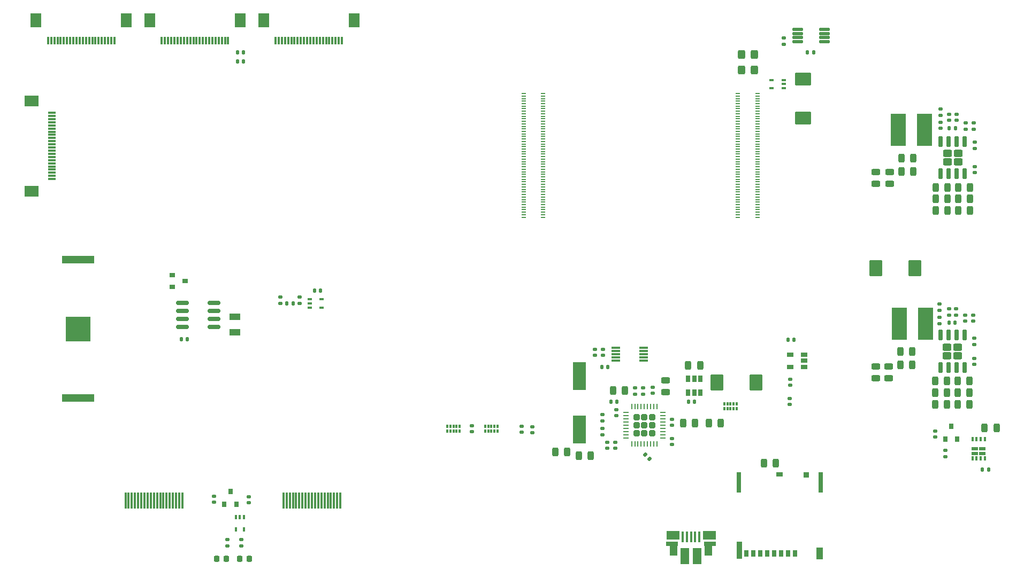
<source format=gbr>
G04 #@! TF.GenerationSoftware,KiCad,Pcbnew,5.99.0-unknown-dbcb1ecdb~104~ubuntu20.04.1*
G04 #@! TF.CreationDate,2020-10-26T15:19:45-05:00*
G04 #@! TF.ProjectId,CM4IOv5,434d3449-4f76-4352-9e6b-696361645f70,rev?*
G04 #@! TF.SameCoordinates,Original*
G04 #@! TF.FileFunction,Paste,Top*
G04 #@! TF.FilePolarity,Positive*
%FSLAX46Y46*%
G04 Gerber Fmt 4.6, Leading zero omitted, Abs format (unit mm)*
G04 Created by KiCad (PCBNEW 5.99.0-unknown-dbcb1ecdb~104~ubuntu20.04.1) date 2020-10-26 15:19:45*
%MOMM*%
%LPD*%
G01*
G04 APERTURE LIST*
G04 Aperture macros list*
%AMRoundRect*
0 Rectangle with rounded corners*
0 $1 Rounding radius*
0 $2 $3 $4 $5 $6 $7 $8 $9 X,Y pos of 4 corners*
0 Add a 4 corners polygon primitive as box body*
4,1,4,$2,$3,$4,$5,$6,$7,$8,$9,$2,$3,0*
0 Add four circle primitives for the rounded corners*
1,1,$1+$1,$2,$3,0*
1,1,$1+$1,$4,$5,0*
1,1,$1+$1,$6,$7,0*
1,1,$1+$1,$8,$9,0*
0 Add four rect primitives between the rounded corners*
20,1,$1+$1,$2,$3,$4,$5,0*
20,1,$1+$1,$4,$5,$6,$7,0*
20,1,$1+$1,$6,$7,$8,$9,0*
20,1,$1+$1,$8,$9,$2,$3,0*%
G04 Aperture macros list end*
%ADD10R,5.080000X1.270000*%
%ADD11R,3.960000X3.960000*%
%ADD12RoundRect,0.147500X0.172500X-0.147500X0.172500X0.147500X-0.172500X0.147500X-0.172500X-0.147500X0*%
%ADD13RoundRect,0.243750X0.243750X0.456250X-0.243750X0.456250X-0.243750X-0.456250X0.243750X-0.456250X0*%
%ADD14RoundRect,0.147500X-0.172500X0.147500X-0.172500X-0.147500X0.172500X-0.147500X0.172500X0.147500X0*%
%ADD15RoundRect,0.147500X-0.147500X-0.172500X0.147500X-0.172500X0.147500X0.172500X-0.147500X0.172500X0*%
%ADD16RoundRect,0.243750X-0.243750X-0.456250X0.243750X-0.456250X0.243750X0.456250X-0.243750X0.456250X0*%
%ADD17RoundRect,0.243750X-0.456250X0.243750X-0.456250X-0.243750X0.456250X-0.243750X0.456250X0.243750X0*%
%ADD18R,0.300000X1.300000*%
%ADD19R,1.800000X2.200000*%
%ADD20RoundRect,0.147500X0.147500X0.172500X-0.147500X0.172500X-0.147500X-0.172500X0.147500X-0.172500X0*%
%ADD21R,0.300000X0.550000*%
%ADD22R,0.400000X0.550000*%
%ADD23R,0.800000X0.900000*%
%ADD24RoundRect,0.218750X0.218750X0.256250X-0.218750X0.256250X-0.218750X-0.256250X0.218750X-0.256250X0*%
%ADD25RoundRect,0.125000X-0.687500X-0.125000X0.687500X-0.125000X0.687500X0.125000X-0.687500X0.125000X0*%
%ADD26RoundRect,0.243750X0.456250X-0.243750X0.456250X0.243750X-0.456250X0.243750X-0.456250X-0.243750X0*%
%ADD27R,2.000000X4.500000*%
%ADD28R,0.650000X0.400000*%
%ADD29RoundRect,0.247500X0.247500X-0.247500X0.247500X0.247500X-0.247500X0.247500X-0.247500X-0.247500X0*%
%ADD30RoundRect,0.062500X0.062500X-0.350000X0.062500X0.350000X-0.062500X0.350000X-0.062500X-0.350000X0*%
%ADD31RoundRect,0.062500X0.350000X-0.062500X0.350000X0.062500X-0.350000X0.062500X-0.350000X-0.062500X0*%
%ADD32R,0.400000X1.750000*%
%ADD33R,1.300000X2.000000*%
%ADD34R,1.425000X2.500000*%
%ADD35R,2.000000X1.400000*%
%ADD36R,1.825000X0.700000*%
%ADD37R,0.400000X0.650000*%
%ADD38R,1.060000X0.650000*%
%ADD39R,0.300000X2.600000*%
%ADD40R,0.650000X1.060000*%
%ADD41R,1.400000X0.300000*%
%ADD42RoundRect,0.147500X-0.226274X-0.017678X-0.017678X-0.226274X0.226274X0.017678X0.017678X0.226274X0*%
%ADD43R,2.350000X5.100000*%
%ADD44RoundRect,0.250000X0.460000X-0.315000X0.460000X0.315000X-0.460000X0.315000X-0.460000X-0.315000X0*%
%ADD45RoundRect,0.150000X0.150000X-0.737500X0.150000X0.737500X-0.150000X0.737500X-0.150000X-0.737500X0*%
%ADD46RoundRect,0.249999X-0.325001X-0.450001X0.325001X-0.450001X0.325001X0.450001X-0.325001X0.450001X0*%
%ADD47R,0.900000X0.800000*%
%ADD48RoundRect,0.150000X0.825000X0.150000X-0.825000X0.150000X-0.825000X-0.150000X0.825000X-0.150000X0*%
%ADD49R,1.800000X1.000000*%
%ADD50R,0.700000X1.100000*%
%ADD51R,0.900000X0.930000*%
%ADD52R,1.050000X0.780000*%
%ADD53R,0.860000X2.800000*%
%ADD54R,0.700000X3.330000*%
%ADD55R,1.140000X1.830000*%
%ADD56R,1.300000X0.300000*%
%ADD57R,2.200000X1.800000*%
%ADD58R,0.420000X0.700000*%
%ADD59R,1.000000X0.600000*%
%ADD60RoundRect,0.250000X-0.787500X-1.025000X0.787500X-1.025000X0.787500X1.025000X-0.787500X1.025000X0*%
%ADD61RoundRect,0.250000X1.025000X-0.787500X1.025000X0.787500X-1.025000X0.787500X-1.025000X-0.787500X0*%
%ADD62R,0.700000X0.200000*%
G04 APERTURE END LIST*
D10*
X90000000Y-111515000D03*
X90000000Y-133485000D03*
D11*
X90000000Y-122500000D03*
D12*
X152300000Y-138785000D03*
X152300000Y-137815000D03*
D13*
X200387500Y-143750000D03*
X198512500Y-143750000D03*
D12*
X111550000Y-149985000D03*
X111550000Y-149015000D03*
X117000000Y-150085000D03*
X117000000Y-149115000D03*
D14*
X201700000Y-76415000D03*
X201700000Y-77385000D03*
D15*
X233115000Y-144800000D03*
X234085000Y-144800000D03*
D16*
X220262500Y-95400000D03*
X222137500Y-95400000D03*
X220262500Y-97550000D03*
X222137500Y-97550000D03*
D17*
X216250000Y-97650000D03*
X216250000Y-99525000D03*
X218400000Y-97662500D03*
X218400000Y-99537500D03*
D18*
X85250000Y-76850000D03*
X85750000Y-76850000D03*
X86250000Y-76850000D03*
X86750000Y-76850000D03*
X87250000Y-76850000D03*
X87750000Y-76850000D03*
X88250000Y-76850000D03*
X88750000Y-76850000D03*
X89250000Y-76850000D03*
X89750000Y-76850000D03*
X90250000Y-76850000D03*
X90750000Y-76850000D03*
X91250000Y-76850000D03*
X91750000Y-76850000D03*
X92250000Y-76850000D03*
X92750000Y-76850000D03*
X93250000Y-76850000D03*
X93750000Y-76850000D03*
X94250000Y-76850000D03*
X94750000Y-76850000D03*
X95250000Y-76850000D03*
X95750000Y-76850000D03*
D19*
X83350000Y-73600000D03*
X97650000Y-73600000D03*
D18*
X121250000Y-76850000D03*
X121750000Y-76850000D03*
X122250000Y-76850000D03*
X122750000Y-76850000D03*
X123250000Y-76850000D03*
X123750000Y-76850000D03*
X124250000Y-76850000D03*
X124750000Y-76850000D03*
X125250000Y-76850000D03*
X125750000Y-76850000D03*
X126250000Y-76850000D03*
X126750000Y-76850000D03*
X127250000Y-76850000D03*
X127750000Y-76850000D03*
X128250000Y-76850000D03*
X128750000Y-76850000D03*
X129250000Y-76850000D03*
X129750000Y-76850000D03*
X130250000Y-76850000D03*
X130750000Y-76850000D03*
X131250000Y-76850000D03*
X131750000Y-76850000D03*
D19*
X119350000Y-73600000D03*
X133650000Y-73600000D03*
D12*
X113600000Y-156885000D03*
X113600000Y-155915000D03*
D14*
X171800000Y-125715000D03*
X171800000Y-126685000D03*
D20*
X206385000Y-78700000D03*
X205415000Y-78700000D03*
D21*
X156400000Y-137900000D03*
X155900000Y-137900000D03*
D22*
X155400000Y-137900000D03*
D21*
X154900000Y-137900000D03*
X154400000Y-137900000D03*
X154400000Y-138670000D03*
X154900000Y-138670000D03*
D22*
X155400000Y-138670000D03*
D21*
X155900000Y-138670000D03*
X156400000Y-138670000D03*
D23*
X113150000Y-150300000D03*
X115050000Y-150300000D03*
X114100000Y-148300000D03*
D24*
X117137500Y-158900000D03*
X115562500Y-158900000D03*
D25*
X203887500Y-75025000D03*
X203887500Y-75675000D03*
X203887500Y-76325000D03*
X203887500Y-76975000D03*
X208112500Y-76975000D03*
X208112500Y-76325000D03*
X208112500Y-75675000D03*
X208112500Y-75025000D03*
D14*
X173100000Y-125715000D03*
X173100000Y-126685000D03*
X183960000Y-139887000D03*
X183960000Y-140857000D03*
D13*
X176515500Y-132244000D03*
X174640500Y-132244000D03*
D14*
X173000000Y-136115000D03*
X173000000Y-137085000D03*
D26*
X183000000Y-132537500D03*
X183000000Y-130662500D03*
D12*
X173000000Y-139285000D03*
X173000000Y-138315000D03*
D16*
X169262500Y-142600000D03*
X171137500Y-142600000D03*
D13*
X187637500Y-137400000D03*
X185762500Y-137400000D03*
D12*
X175204000Y-136253000D03*
X175204000Y-135283000D03*
D16*
X189825000Y-137400000D03*
X191700000Y-137400000D03*
D13*
X167387500Y-141972980D03*
X165512500Y-141972980D03*
D27*
X169300000Y-138450000D03*
X169300000Y-129950000D03*
D28*
X126668000Y-117822000D03*
X126668000Y-118472000D03*
X126668000Y-119122000D03*
X128568000Y-119122000D03*
X128568000Y-117822000D03*
D29*
X180834000Y-137768000D03*
X178374000Y-138998000D03*
X180834000Y-136538000D03*
X178374000Y-137768000D03*
X179604000Y-138998000D03*
X178374000Y-136538000D03*
X179604000Y-137768000D03*
X180834000Y-138998000D03*
X179604000Y-136538000D03*
D30*
X177604000Y-140705500D03*
X178104000Y-140705500D03*
X178604000Y-140705500D03*
X179104000Y-140705500D03*
X179604000Y-140705500D03*
X180104000Y-140705500D03*
X180604000Y-140705500D03*
X181104000Y-140705500D03*
X181604000Y-140705500D03*
D31*
X182541500Y-139768000D03*
X182541500Y-139268000D03*
X182541500Y-138768000D03*
X182541500Y-138268000D03*
X182541500Y-137768000D03*
X182541500Y-137268000D03*
X182541500Y-136768000D03*
X182541500Y-136268000D03*
X182541500Y-135768000D03*
D30*
X181604000Y-134830500D03*
X181104000Y-134830500D03*
X180604000Y-134830500D03*
X180104000Y-134830500D03*
X179604000Y-134830500D03*
X179104000Y-134830500D03*
X178604000Y-134830500D03*
X178104000Y-134830500D03*
X177604000Y-134830500D03*
D31*
X176666500Y-135768000D03*
X176666500Y-136268000D03*
X176666500Y-136768000D03*
X176666500Y-137268000D03*
X176666500Y-137768000D03*
X176666500Y-138268000D03*
X176666500Y-138768000D03*
X176666500Y-139268000D03*
X176666500Y-139768000D03*
D12*
X125062000Y-118433000D03*
X125062000Y-117463000D03*
X122014000Y-118433000D03*
X122014000Y-117463000D03*
X173725000Y-141410000D03*
X173725000Y-140440000D03*
X178118000Y-132815999D03*
X178118000Y-131845999D03*
D20*
X175301000Y-134022000D03*
X174331000Y-134022000D03*
D12*
X180912000Y-132729000D03*
X180912000Y-131759000D03*
X179388000Y-132815999D03*
X179388000Y-131845999D03*
X161900000Y-138970000D03*
X161900000Y-138000000D03*
X160200000Y-138885000D03*
X160200000Y-137915000D03*
D32*
X185700000Y-155480000D03*
X186350000Y-155480000D03*
X187000000Y-155480000D03*
X187650000Y-155480000D03*
X188300000Y-155480000D03*
D33*
X184275000Y-157370000D03*
D34*
X186037500Y-158550000D03*
X187962500Y-158550000D03*
D35*
X189900000Y-155240000D03*
D36*
X184012500Y-156600000D03*
D35*
X184150000Y-155240000D03*
D33*
X189725000Y-157370000D03*
D36*
X189987500Y-156600000D03*
D24*
X113487500Y-158900000D03*
X111912500Y-158900000D03*
D12*
X115800000Y-156885000D03*
X115800000Y-155915000D03*
D37*
X116250000Y-152350000D03*
X115600000Y-152350000D03*
X114950000Y-152350000D03*
X114950000Y-154250000D03*
X116250000Y-154250000D03*
D20*
X124023000Y-118456000D03*
X123053000Y-118456000D03*
X128357000Y-116440000D03*
X127387000Y-116440000D03*
D38*
X204898661Y-128505987D03*
X204898661Y-127555987D03*
X204898661Y-126605987D03*
X202698661Y-126605987D03*
X202698661Y-128505987D03*
D39*
X131500000Y-149720000D03*
X131000000Y-149720000D03*
X130500000Y-149720000D03*
X130000000Y-149720000D03*
X129500000Y-149720000D03*
X129000000Y-149720000D03*
X128500000Y-149720000D03*
X128000000Y-149720000D03*
X127500000Y-149720000D03*
X127000000Y-149720000D03*
X126500000Y-149720000D03*
X126000000Y-149720000D03*
X125500000Y-149720000D03*
X125000000Y-149720000D03*
X124500000Y-149720000D03*
X124000000Y-149720000D03*
X123500000Y-149720000D03*
X123000000Y-149720000D03*
X122500000Y-149720000D03*
X106500000Y-149720000D03*
X106000000Y-149720000D03*
X105500000Y-149720000D03*
X105000000Y-149720000D03*
X104500000Y-149720000D03*
X104000000Y-149720000D03*
X103500000Y-149720000D03*
X103000000Y-149720000D03*
X102500000Y-149720000D03*
X102000000Y-149720000D03*
X101500000Y-149720000D03*
X101000000Y-149720000D03*
X100500000Y-149720000D03*
X100000000Y-149720000D03*
X99500000Y-149720000D03*
X99000000Y-149720000D03*
X98500000Y-149720000D03*
X98000000Y-149720000D03*
X97500000Y-149720000D03*
D20*
X187535000Y-134050000D03*
X186565000Y-134050000D03*
D40*
X188450000Y-130400000D03*
X187500000Y-130400000D03*
X186550000Y-130400000D03*
X186550000Y-132600000D03*
X187500000Y-132600000D03*
X188450000Y-132600000D03*
D41*
X175100000Y-125500000D03*
X175100000Y-126000000D03*
X175100000Y-126500000D03*
X175100000Y-127000000D03*
X175100000Y-127500000D03*
X179500000Y-127500000D03*
X179500000Y-127000000D03*
X179500000Y-126500000D03*
X179500000Y-126000000D03*
X179500000Y-125500000D03*
D42*
X179757053Y-142457053D03*
X180442947Y-143142947D03*
D23*
X229150000Y-139950000D03*
X228200000Y-137950000D03*
X227250000Y-139950000D03*
D14*
X227250000Y-141765000D03*
X227250000Y-142735000D03*
D12*
X226450000Y-88635000D03*
X226450000Y-87665000D03*
X231900000Y-97735000D03*
X231900000Y-96765000D03*
D20*
X228820000Y-90700000D03*
X227850000Y-90700000D03*
D14*
X227800000Y-88465000D03*
X227800000Y-89435000D03*
D43*
X223925000Y-90950000D03*
X219775000Y-90950000D03*
D12*
X226450000Y-90735000D03*
X226450000Y-89765000D03*
D14*
X230500000Y-89865000D03*
X230500000Y-90835000D03*
X231900000Y-92915000D03*
X231900000Y-93885000D03*
D44*
X229250000Y-94670000D03*
X227550000Y-94670000D03*
X229250000Y-96030000D03*
X227550000Y-96030000D03*
D45*
X226495000Y-97912500D03*
X227765000Y-97912500D03*
X229035000Y-97912500D03*
X230305000Y-97912500D03*
X230305000Y-92787500D03*
X229035000Y-92787500D03*
X227765000Y-92787500D03*
X226495000Y-92787500D03*
D14*
X225600000Y-138665000D03*
X225600000Y-139635000D03*
D12*
X229000000Y-89435000D03*
X229000000Y-88465000D03*
D14*
X231750000Y-89865000D03*
X231750000Y-90835000D03*
D20*
X116185000Y-78700000D03*
X115215000Y-78700000D03*
X116185000Y-80100000D03*
X115215000Y-80100000D03*
D21*
X150400000Y-137900000D03*
X149900000Y-137900000D03*
D22*
X149400000Y-137900000D03*
D21*
X148900000Y-137900000D03*
X148400000Y-137900000D03*
X148400000Y-138670000D03*
X148900000Y-138670000D03*
D22*
X149400000Y-138670000D03*
D21*
X149900000Y-138670000D03*
X150400000Y-138670000D03*
X192250000Y-135185000D03*
X192750000Y-135185000D03*
D22*
X193250000Y-135185000D03*
D21*
X193750000Y-135185000D03*
X194250000Y-135185000D03*
X194250000Y-134415000D03*
X193750000Y-134415000D03*
D22*
X193250000Y-134415000D03*
D21*
X192750000Y-134415000D03*
X192250000Y-134415000D03*
D46*
X194975000Y-79000000D03*
X197025000Y-79000000D03*
D28*
X201650000Y-84350000D03*
X201650000Y-83700000D03*
X201650000Y-83050000D03*
X199750000Y-83050000D03*
X199750000Y-84350000D03*
D46*
X194975000Y-81500000D03*
X197025000Y-81500000D03*
D47*
X104900000Y-113950000D03*
X104900000Y-115850000D03*
X106900000Y-114900000D03*
D48*
X111475000Y-122155000D03*
X111475000Y-120885000D03*
X111475000Y-119615000D03*
X111475000Y-118345000D03*
X106525000Y-118345000D03*
X106525000Y-119615000D03*
X106525000Y-120885000D03*
X106525000Y-122155000D03*
D49*
X114850000Y-120550000D03*
X114850000Y-123050000D03*
D14*
X175050000Y-140440000D03*
X175050000Y-141410000D03*
X183975000Y-136840000D03*
X183975000Y-137810000D03*
D50*
X203460000Y-158075000D03*
X202360000Y-158075000D03*
X201260000Y-158075000D03*
X200160000Y-158075000D03*
X199060000Y-158075000D03*
X197960000Y-158075000D03*
X196860000Y-158075000D03*
X195760000Y-158075000D03*
D51*
X205250000Y-145610000D03*
D52*
X200985000Y-145535000D03*
D53*
X194680000Y-157575000D03*
D54*
X194600000Y-146810000D03*
D55*
X207340000Y-158060000D03*
D54*
X207560000Y-146810000D03*
D18*
X103250000Y-76850000D03*
X103750000Y-76850000D03*
X104250000Y-76850000D03*
X104750000Y-76850000D03*
X105250000Y-76850000D03*
X105750000Y-76850000D03*
X106250000Y-76850000D03*
X106750000Y-76850000D03*
X107250000Y-76850000D03*
X107750000Y-76850000D03*
X108250000Y-76850000D03*
X108750000Y-76850000D03*
X109250000Y-76850000D03*
X109750000Y-76850000D03*
X110250000Y-76850000D03*
X110750000Y-76850000D03*
X111250000Y-76850000D03*
X111750000Y-76850000D03*
X112250000Y-76850000D03*
X112750000Y-76850000D03*
X113250000Y-76850000D03*
X113750000Y-76850000D03*
D19*
X101350000Y-73600000D03*
X115650000Y-73600000D03*
D56*
X85850000Y-98750000D03*
X85850000Y-98250000D03*
X85850000Y-97750000D03*
X85850000Y-97250000D03*
X85850000Y-96750000D03*
X85850000Y-96250000D03*
X85850000Y-95750000D03*
X85850000Y-95250000D03*
X85850000Y-94750000D03*
X85850000Y-94250000D03*
X85850000Y-93750000D03*
X85850000Y-93250000D03*
X85850000Y-92750000D03*
X85850000Y-92250000D03*
X85850000Y-91750000D03*
X85850000Y-91250000D03*
X85850000Y-90750000D03*
X85850000Y-90250000D03*
X85850000Y-89750000D03*
X85850000Y-89250000D03*
X85850000Y-88750000D03*
X85850000Y-88250000D03*
D57*
X82600000Y-100650000D03*
X82600000Y-86350000D03*
D58*
X232175000Y-143000000D03*
D59*
X231935000Y-142230000D03*
D58*
X233475000Y-143000000D03*
D59*
X233065000Y-141520000D03*
X233065000Y-142230000D03*
D58*
X232825000Y-143000000D03*
X231525000Y-143000000D03*
D59*
X231935000Y-141520000D03*
D58*
X233475000Y-140000000D03*
X232825000Y-140000000D03*
X232175000Y-140000000D03*
X231525000Y-140000000D03*
D12*
X226350000Y-119547500D03*
X226350000Y-118577500D03*
D17*
X216200000Y-128425000D03*
X216200000Y-130300000D03*
D16*
X220162500Y-126112500D03*
X222037500Y-126112500D03*
D17*
X218300000Y-128425000D03*
X218300000Y-130300000D03*
D16*
X220162500Y-128212500D03*
X222037500Y-128212500D03*
D14*
X231850000Y-123977500D03*
X231850000Y-124947500D03*
D12*
X231850000Y-128147500D03*
X231850000Y-127177500D03*
D14*
X227800000Y-119327500D03*
X227800000Y-120297500D03*
X231650000Y-120327500D03*
X231650000Y-121297500D03*
D20*
X228785000Y-121512500D03*
X227815000Y-121512500D03*
D43*
X224075000Y-121712500D03*
X219925000Y-121712500D03*
D14*
X230350000Y-120327500D03*
X230350000Y-121297500D03*
D44*
X229200000Y-125382500D03*
X227500000Y-125382500D03*
X229200000Y-126742500D03*
X227500000Y-126742500D03*
D45*
X226445000Y-128625000D03*
X227715000Y-128625000D03*
X228985000Y-128625000D03*
X230255000Y-128625000D03*
X230255000Y-123500000D03*
X228985000Y-123500000D03*
X227715000Y-123500000D03*
X226445000Y-123500000D03*
D12*
X226350000Y-121662500D03*
X226350000Y-120692500D03*
X228950000Y-120297500D03*
X228950000Y-119327500D03*
D13*
X188437500Y-128300000D03*
X186562500Y-128300000D03*
D20*
X173850000Y-128550000D03*
X172880000Y-128550000D03*
D60*
X191087500Y-131000000D03*
X197312500Y-131000000D03*
D13*
X227587500Y-100050000D03*
X225712500Y-100050000D03*
D16*
X229262500Y-100050000D03*
X231137500Y-100050000D03*
X229262500Y-101900000D03*
X231137500Y-101900000D03*
D13*
X227587500Y-101900000D03*
X225712500Y-101900000D03*
D16*
X229262500Y-103750000D03*
X231137500Y-103750000D03*
D13*
X227587500Y-103750000D03*
X225712500Y-103750000D03*
X227537500Y-130700000D03*
X225662500Y-130700000D03*
D16*
X229212500Y-130700000D03*
X231087500Y-130700000D03*
D13*
X227537500Y-132600000D03*
X225662500Y-132600000D03*
D16*
X229212500Y-132600000D03*
X231087500Y-132600000D03*
D13*
X227537500Y-134500000D03*
X225662500Y-134500000D03*
D16*
X229212500Y-134500000D03*
X231087500Y-134500000D03*
X233462500Y-138200000D03*
X235337500Y-138200000D03*
D61*
X204700000Y-89112500D03*
X204700000Y-82887500D03*
D60*
X216237500Y-112850000D03*
X222462500Y-112850000D03*
D14*
X202700000Y-130450000D03*
X202700000Y-131420000D03*
D20*
X203285000Y-124200000D03*
X202315000Y-124200000D03*
D14*
X202650000Y-133500000D03*
X202650000Y-134470000D03*
D62*
X197500000Y-104800000D03*
X194420000Y-104800000D03*
X197500000Y-104400000D03*
X194420000Y-104400000D03*
X197500000Y-104000000D03*
X194420000Y-104000000D03*
X197500000Y-103600000D03*
X194420000Y-103600000D03*
X197500000Y-103200000D03*
X194420000Y-103200000D03*
X197500000Y-102800000D03*
X194420000Y-102800000D03*
X197500000Y-102400000D03*
X194420000Y-102400000D03*
X197500000Y-102000000D03*
X194420000Y-102000000D03*
X197500000Y-101600000D03*
X194420000Y-101600000D03*
X197500000Y-101200000D03*
X194420000Y-101200000D03*
X197500000Y-100800000D03*
X194420000Y-100800000D03*
X197500000Y-100400000D03*
X194420000Y-100400000D03*
X197500000Y-100000000D03*
X194420000Y-100000000D03*
X197500000Y-99600000D03*
X194420000Y-99600000D03*
X197500000Y-99200000D03*
X194420000Y-99200000D03*
X197500000Y-98800000D03*
X194420000Y-98800000D03*
X197500000Y-98400000D03*
X194420000Y-98400000D03*
X197500000Y-98000000D03*
X194420000Y-98000000D03*
X197500000Y-97600000D03*
X194420000Y-97600000D03*
X197500000Y-97200000D03*
X194420000Y-97200000D03*
X197500000Y-96800000D03*
X194420000Y-96800000D03*
X197500000Y-96400000D03*
X194420000Y-96400000D03*
X197500000Y-96000000D03*
X194420000Y-96000000D03*
X197500000Y-95600000D03*
X194420000Y-95600000D03*
X197500000Y-95200000D03*
X194420000Y-95200000D03*
X197500000Y-94800000D03*
X194420000Y-94800000D03*
X197500000Y-94400000D03*
X194420000Y-94400000D03*
X197500000Y-94000000D03*
X194420000Y-94000000D03*
X197500000Y-93600000D03*
X194420000Y-93600000D03*
X197500000Y-93200000D03*
X194420000Y-93200000D03*
X197500000Y-92800000D03*
X194420000Y-92800000D03*
X197500000Y-92400000D03*
X194420000Y-92400000D03*
X197500000Y-92000000D03*
X194420000Y-92000000D03*
X197500000Y-91600000D03*
X194420000Y-91600000D03*
X197500000Y-91200000D03*
X194420000Y-91200000D03*
X197500000Y-90800000D03*
X194420000Y-90800000D03*
X197500000Y-90400000D03*
X194420000Y-90400000D03*
X197500000Y-90000000D03*
X194420000Y-90000000D03*
X197500000Y-89600000D03*
X194420000Y-89600000D03*
X197500000Y-89200000D03*
X194420000Y-89200000D03*
X197500000Y-88800000D03*
X194420000Y-88800000D03*
X197500000Y-88400000D03*
X194420000Y-88400000D03*
X197500000Y-88000000D03*
X194420000Y-88000000D03*
X197500000Y-87600000D03*
X194420000Y-87600000D03*
X197500000Y-87200000D03*
X194420000Y-87200000D03*
X197500000Y-86800000D03*
X194420000Y-86800000D03*
X197500000Y-86400000D03*
X194420000Y-86400000D03*
X197500000Y-86000000D03*
X194420000Y-86000000D03*
X197500000Y-85600000D03*
X194420000Y-85600000D03*
X197500000Y-85200000D03*
X194420000Y-85200000D03*
X163580000Y-104800000D03*
X160500000Y-104800000D03*
X163580000Y-104400000D03*
X160500000Y-104400000D03*
X163580000Y-104000000D03*
X160500000Y-104000000D03*
X163580000Y-103600000D03*
X160500000Y-103600000D03*
X163580000Y-103200000D03*
X160500000Y-103200000D03*
X163580000Y-102800000D03*
X160500000Y-102800000D03*
X163580000Y-102400000D03*
X160500000Y-102400000D03*
X163580000Y-102000000D03*
X160500000Y-102000000D03*
X163580000Y-101600000D03*
X160500000Y-101600000D03*
X163580000Y-101200000D03*
X160500000Y-101200000D03*
X163580000Y-100800000D03*
X160500000Y-100800000D03*
X163580000Y-100400000D03*
X160500000Y-100400000D03*
X163580000Y-100000000D03*
X160500000Y-100000000D03*
X163580000Y-99600000D03*
X160500000Y-99600000D03*
X163580000Y-99200000D03*
X160500000Y-99200000D03*
X163580000Y-98800000D03*
X160500000Y-98800000D03*
X163580000Y-98400000D03*
X160500000Y-98400000D03*
X163580000Y-98000000D03*
X160500000Y-98000000D03*
X163580000Y-97600000D03*
X160500000Y-97600000D03*
X163580000Y-97200000D03*
X160500000Y-97200000D03*
X163580000Y-96800000D03*
X160500000Y-96800000D03*
X163580000Y-96400000D03*
X160500000Y-96400000D03*
X163580000Y-96000000D03*
X160500000Y-96000000D03*
X163580000Y-95600000D03*
X160500000Y-95600000D03*
X163580000Y-95200000D03*
X160500000Y-95200000D03*
X163580000Y-94800000D03*
X160500000Y-94800000D03*
X163580000Y-94400000D03*
X160500000Y-94400000D03*
X163580000Y-94000000D03*
X160500000Y-94000000D03*
X163580000Y-93600000D03*
X160500000Y-93600000D03*
X163580000Y-93200000D03*
X160500000Y-93200000D03*
X163580000Y-92800000D03*
X160500000Y-92800000D03*
X163580000Y-92400000D03*
X160500000Y-92400000D03*
X163580000Y-92000000D03*
X160500000Y-92000000D03*
X163580000Y-91600000D03*
X160500000Y-91600000D03*
X163580000Y-91200000D03*
X160500000Y-91200000D03*
X163580000Y-90800000D03*
X160500000Y-90800000D03*
X163580000Y-90400000D03*
X160500000Y-90400000D03*
X163580000Y-90000000D03*
X160500000Y-90000000D03*
X163580000Y-89600000D03*
X160500000Y-89600000D03*
X163580000Y-89200000D03*
X160500000Y-89200000D03*
X163580000Y-88800000D03*
X160500000Y-88800000D03*
X163580000Y-88400000D03*
X160500000Y-88400000D03*
X163580000Y-88000000D03*
X160500000Y-88000000D03*
X163580000Y-87600000D03*
X160500000Y-87600000D03*
X163580000Y-87200000D03*
X160500000Y-87200000D03*
X163580000Y-86800000D03*
X160500000Y-86800000D03*
X163580000Y-86400000D03*
X160500000Y-86400000D03*
X163580000Y-86000000D03*
X160500000Y-86000000D03*
X163580000Y-85600000D03*
X160500000Y-85600000D03*
X163580000Y-85200000D03*
X160500000Y-85200000D03*
D15*
X106315000Y-124100000D03*
X107285000Y-124100000D03*
M02*

</source>
